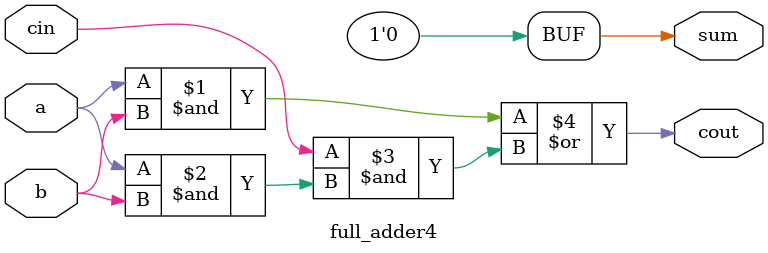
<source format=v>
module full_adder4(a,b,cin,sum,cout);
input a,b,cin;
output sum,cout;
assign sum = 1'b0;
assign cout = a&b|cin&(a&b); 
// initial begin
//     $display("The incorrect adder with xor1 having out/0");
// end   
endmodule
</source>
